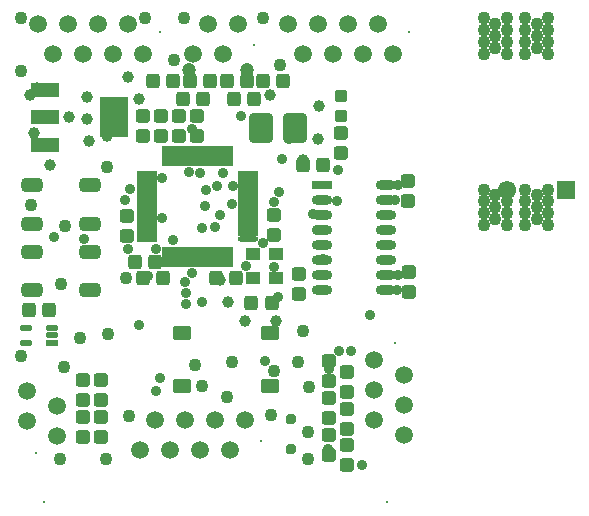
<source format=gts>
G04 Layer_Color=8388736*
%FSLAX24Y24*%
%MOIN*%
G70*
G01*
G75*
G04:AMPARAMS|DCode=55|XSize=47.4mil|YSize=43.4mil|CornerRadius=8.4mil|HoleSize=0mil|Usage=FLASHONLY|Rotation=180.000|XOffset=0mil|YOffset=0mil|HoleType=Round|Shape=RoundedRectangle|*
%AMROUNDEDRECTD55*
21,1,0.0474,0.0266,0,0,180.0*
21,1,0.0305,0.0434,0,0,180.0*
1,1,0.0169,-0.0153,0.0133*
1,1,0.0169,0.0153,0.0133*
1,1,0.0169,0.0153,-0.0133*
1,1,0.0169,-0.0153,-0.0133*
%
%ADD55ROUNDEDRECTD55*%
G04:AMPARAMS|DCode=56|XSize=39.5mil|YSize=39.5mil|CornerRadius=7.9mil|HoleSize=0mil|Usage=FLASHONLY|Rotation=90.000|XOffset=0mil|YOffset=0mil|HoleType=Round|Shape=RoundedRectangle|*
%AMROUNDEDRECTD56*
21,1,0.0395,0.0236,0,0,90.0*
21,1,0.0236,0.0395,0,0,90.0*
1,1,0.0159,0.0118,0.0118*
1,1,0.0159,0.0118,-0.0118*
1,1,0.0159,-0.0118,-0.0118*
1,1,0.0159,-0.0118,0.0118*
%
%ADD56ROUNDEDRECTD56*%
G04:AMPARAMS|DCode=57|XSize=47.4mil|YSize=43.4mil|CornerRadius=8.4mil|HoleSize=0mil|Usage=FLASHONLY|Rotation=270.000|XOffset=0mil|YOffset=0mil|HoleType=Round|Shape=RoundedRectangle|*
%AMROUNDEDRECTD57*
21,1,0.0474,0.0266,0,0,270.0*
21,1,0.0305,0.0434,0,0,270.0*
1,1,0.0169,-0.0133,-0.0153*
1,1,0.0169,-0.0133,0.0153*
1,1,0.0169,0.0133,0.0153*
1,1,0.0169,0.0133,-0.0153*
%
%ADD57ROUNDEDRECTD57*%
%ADD58R,0.0474X0.0434*%
G04:AMPARAMS|DCode=59|XSize=31.6mil|YSize=35.6mil|CornerRadius=7mil|HoleSize=0mil|Usage=FLASHONLY|Rotation=90.000|XOffset=0mil|YOffset=0mil|HoleType=Round|Shape=RoundedRectangle|*
%AMROUNDEDRECTD59*
21,1,0.0316,0.0217,0,0,90.0*
21,1,0.0177,0.0356,0,0,90.0*
1,1,0.0139,0.0108,0.0089*
1,1,0.0139,0.0108,-0.0089*
1,1,0.0139,-0.0108,-0.0089*
1,1,0.0139,-0.0108,0.0089*
%
%ADD59ROUNDEDRECTD59*%
%ADD60O,0.0671X0.0198*%
%ADD61R,0.0671X0.0198*%
%ADD62R,0.0198X0.0671*%
G04:AMPARAMS|DCode=63|XSize=98.6mil|YSize=78.9mil|CornerRadius=12.9mil|HoleSize=0mil|Usage=FLASHONLY|Rotation=90.000|XOffset=0mil|YOffset=0mil|HoleType=Round|Shape=RoundedRectangle|*
%AMROUNDEDRECTD63*
21,1,0.0986,0.0532,0,0,90.0*
21,1,0.0728,0.0789,0,0,90.0*
1,1,0.0257,0.0266,0.0364*
1,1,0.0257,0.0266,-0.0364*
1,1,0.0257,-0.0266,-0.0364*
1,1,0.0257,-0.0266,0.0364*
%
%ADD63ROUNDEDRECTD63*%
G04:AMPARAMS|DCode=64|XSize=71mil|YSize=47.4mil|CornerRadius=13.8mil|HoleSize=0mil|Usage=FLASHONLY|Rotation=0.000|XOffset=0mil|YOffset=0mil|HoleType=Round|Shape=RoundedRectangle|*
%AMROUNDEDRECTD64*
21,1,0.0710,0.0197,0,0,0.0*
21,1,0.0433,0.0474,0,0,0.0*
1,1,0.0277,0.0217,-0.0098*
1,1,0.0277,-0.0217,-0.0098*
1,1,0.0277,-0.0217,0.0098*
1,1,0.0277,0.0217,0.0098*
%
%ADD64ROUNDEDRECTD64*%
%ADD65O,0.0415X0.0218*%
%ADD66R,0.0415X0.0218*%
%ADD67O,0.0690X0.0316*%
%ADD68R,0.0690X0.0316*%
%ADD69R,0.0926X0.0474*%
%ADD70R,0.0926X0.1360*%
G04:AMPARAMS|DCode=71|XSize=47.4mil|YSize=63.1mil|CornerRadius=8.9mil|HoleSize=0mil|Usage=FLASHONLY|Rotation=90.000|XOffset=0mil|YOffset=0mil|HoleType=Round|Shape=RoundedRectangle|*
%AMROUNDEDRECTD71*
21,1,0.0474,0.0453,0,0,90.0*
21,1,0.0295,0.0631,0,0,90.0*
1,1,0.0178,0.0226,0.0148*
1,1,0.0178,0.0226,-0.0148*
1,1,0.0178,-0.0226,-0.0148*
1,1,0.0178,-0.0226,0.0148*
%
%ADD71ROUNDEDRECTD71*%
%ADD72C,0.0080*%
%ADD73C,0.0080*%
%ADD74C,0.0592*%
%ADD75R,0.0612X0.0612*%
%ADD76C,0.0612*%
%ADD77C,0.0434*%
%ADD78C,0.0356*%
%ADD79C,0.0395*%
%ADD80C,0.0474*%
D55*
X11260Y5531D02*
D03*
Y4862D02*
D03*
Y4311D02*
D03*
Y3642D02*
D03*
Y3091D02*
D03*
Y2421D02*
D03*
X10669Y5217D02*
D03*
Y5886D02*
D03*
Y3996D02*
D03*
Y4665D02*
D03*
Y2776D02*
D03*
Y3445D02*
D03*
X11063Y13484D02*
D03*
Y12815D02*
D03*
X9685Y8130D02*
D03*
Y8799D02*
D03*
X8858Y10098D02*
D03*
Y10768D02*
D03*
X6260Y14075D02*
D03*
Y13406D02*
D03*
X3937Y10059D02*
D03*
Y10728D02*
D03*
X5669Y14075D02*
D03*
Y13406D02*
D03*
X4488Y14075D02*
D03*
Y13406D02*
D03*
X5079Y14075D02*
D03*
Y13406D02*
D03*
X3071Y5256D02*
D03*
Y4587D02*
D03*
Y4035D02*
D03*
Y3366D02*
D03*
X2480Y4587D02*
D03*
Y5256D02*
D03*
Y3366D02*
D03*
Y4035D02*
D03*
X13346Y8878D02*
D03*
Y8209D02*
D03*
X13307Y11240D02*
D03*
Y11909D02*
D03*
D56*
X11063Y14744D02*
D03*
Y14075D02*
D03*
D57*
X8760Y7835D02*
D03*
X8091D02*
D03*
X6909Y8661D02*
D03*
X7579D02*
D03*
X5138D02*
D03*
X4469D02*
D03*
X4862Y9213D02*
D03*
X4193D02*
D03*
X5807Y14646D02*
D03*
X6476D02*
D03*
X6713Y15236D02*
D03*
X6043D02*
D03*
X9154D02*
D03*
X8484D02*
D03*
X5492D02*
D03*
X4823D02*
D03*
X7933D02*
D03*
X7264D02*
D03*
X7500Y14646D02*
D03*
X8169D02*
D03*
X10492Y12441D02*
D03*
X9823D02*
D03*
X1358Y7598D02*
D03*
X689D02*
D03*
D58*
X8150Y8652D02*
D03*
Y9478D02*
D03*
X8898D02*
D03*
Y8652D02*
D03*
D59*
X9409Y3957D02*
D03*
Y2972D02*
D03*
D60*
X7992Y9961D02*
D03*
D61*
Y10157D02*
D03*
Y10354D02*
D03*
Y10551D02*
D03*
Y10748D02*
D03*
Y10945D02*
D03*
Y11142D02*
D03*
Y11339D02*
D03*
Y11535D02*
D03*
Y11732D02*
D03*
Y11929D02*
D03*
Y12126D02*
D03*
X4606D02*
D03*
Y11929D02*
D03*
Y11732D02*
D03*
Y11535D02*
D03*
Y11339D02*
D03*
Y11142D02*
D03*
Y10945D02*
D03*
Y10748D02*
D03*
Y10551D02*
D03*
Y10354D02*
D03*
Y10157D02*
D03*
Y9961D02*
D03*
D62*
X7382Y12736D02*
D03*
X7185D02*
D03*
X6988D02*
D03*
X6791D02*
D03*
X6594D02*
D03*
X6398D02*
D03*
X6201D02*
D03*
X6004D02*
D03*
X5807D02*
D03*
X5610D02*
D03*
X5413D02*
D03*
X5217D02*
D03*
Y9350D02*
D03*
X5413D02*
D03*
X5610D02*
D03*
X5807D02*
D03*
X6004D02*
D03*
X6201D02*
D03*
X6398D02*
D03*
X6594D02*
D03*
X6791D02*
D03*
X6988D02*
D03*
X7185D02*
D03*
X7382D02*
D03*
D63*
X9547Y13661D02*
D03*
X8406D02*
D03*
D64*
X2697Y11752D02*
D03*
Y10453D02*
D03*
X768D02*
D03*
Y11752D02*
D03*
X2697Y9547D02*
D03*
Y8248D02*
D03*
X768D02*
D03*
Y9547D02*
D03*
D65*
X591Y7008D02*
D03*
Y6496D02*
D03*
X1457Y7008D02*
D03*
Y6752D02*
D03*
D66*
Y6496D02*
D03*
D67*
X12559Y8272D02*
D03*
Y8772D02*
D03*
Y9272D02*
D03*
Y9772D02*
D03*
Y10272D02*
D03*
Y10772D02*
D03*
Y11272D02*
D03*
Y11772D02*
D03*
X10433Y8272D02*
D03*
Y8772D02*
D03*
Y9272D02*
D03*
Y9772D02*
D03*
Y10272D02*
D03*
Y10772D02*
D03*
Y11272D02*
D03*
D68*
Y11772D02*
D03*
D69*
X1211Y14921D02*
D03*
Y14016D02*
D03*
Y13110D02*
D03*
D70*
X3514Y14016D02*
D03*
D71*
X8720Y5059D02*
D03*
Y6831D02*
D03*
X5768D02*
D03*
Y5059D02*
D03*
D72*
X12598Y1181D02*
D03*
X1181D02*
D03*
D73*
X13346Y16850D02*
D03*
X8425Y3228D02*
D03*
X8189Y16417D02*
D03*
X12874Y6496D02*
D03*
X906Y2835D02*
D03*
X5039Y16850D02*
D03*
D74*
X9295Y17142D02*
D03*
X9795Y16142D02*
D03*
X10295Y17142D02*
D03*
X10795Y16142D02*
D03*
X11295Y17142D02*
D03*
X11795Y16142D02*
D03*
X12295Y17142D02*
D03*
X12795Y16142D02*
D03*
X7874Y3937D02*
D03*
X7374Y2937D02*
D03*
X6874Y3937D02*
D03*
X6374Y2937D02*
D03*
X5874Y3937D02*
D03*
X5374Y2937D02*
D03*
X4874Y3937D02*
D03*
X4374Y2937D02*
D03*
X6138Y16126D02*
D03*
X6638Y17126D02*
D03*
X7138Y16126D02*
D03*
X7638Y17126D02*
D03*
X12165Y5945D02*
D03*
X13165Y5445D02*
D03*
X12165Y4945D02*
D03*
X13165Y4445D02*
D03*
X12165Y3945D02*
D03*
X13165Y3445D02*
D03*
X614Y4886D02*
D03*
X1614Y4386D02*
D03*
X614Y3886D02*
D03*
X1614Y3386D02*
D03*
X988Y17142D02*
D03*
X1488Y16142D02*
D03*
X1988Y17142D02*
D03*
X2488Y16142D02*
D03*
X2988Y17142D02*
D03*
X3488Y16142D02*
D03*
X3988Y17142D02*
D03*
X4488Y16142D02*
D03*
D75*
X18583Y11614D02*
D03*
D76*
X16614Y11614D02*
D03*
D77*
X7441Y5866D02*
D03*
X7283Y4685D02*
D03*
X9646Y5866D02*
D03*
X8858Y5551D02*
D03*
X1755Y8474D02*
D03*
X1890Y10394D02*
D03*
X748Y11102D02*
D03*
X10000Y5039D02*
D03*
X1850Y5709D02*
D03*
X2362Y6654D02*
D03*
X3307Y6811D02*
D03*
X4016Y4055D02*
D03*
X1693Y2638D02*
D03*
X3228D02*
D03*
X9803Y6890D02*
D03*
X9961Y2638D02*
D03*
Y3543D02*
D03*
X6220Y5748D02*
D03*
X6457Y5079D02*
D03*
X8740Y4094D02*
D03*
X3898Y8661D02*
D03*
X394Y6063D02*
D03*
Y17323D02*
D03*
Y15551D02*
D03*
X5827Y17323D02*
D03*
X4528D02*
D03*
X5512Y15945D02*
D03*
X8465Y17323D02*
D03*
X9055Y15748D02*
D03*
X3268Y12362D02*
D03*
X16220Y11024D02*
D03*
X17598D02*
D03*
X17205Y11614D02*
D03*
X17992D02*
D03*
Y10433D02*
D03*
X17205D02*
D03*
X15827Y11614D02*
D03*
Y10433D02*
D03*
X16614D02*
D03*
X16220Y11417D02*
D03*
X15827Y11220D02*
D03*
Y10827D02*
D03*
X16220Y10630D02*
D03*
X16614Y10827D02*
D03*
Y11220D02*
D03*
X17205D02*
D03*
Y10827D02*
D03*
X17598Y11417D02*
D03*
X17992Y11220D02*
D03*
Y10827D02*
D03*
X17598Y10630D02*
D03*
X16220Y16732D02*
D03*
X17598D02*
D03*
X15827Y17323D02*
D03*
Y16142D02*
D03*
X16614D02*
D03*
Y17323D02*
D03*
X16220Y17126D02*
D03*
X15827Y16929D02*
D03*
Y16535D02*
D03*
X16220Y16339D02*
D03*
X16614Y16535D02*
D03*
Y16929D02*
D03*
X17205Y17323D02*
D03*
X17992D02*
D03*
Y16142D02*
D03*
X17205D02*
D03*
Y16535D02*
D03*
Y16929D02*
D03*
X17598Y17126D02*
D03*
X17992Y16929D02*
D03*
Y16535D02*
D03*
X17598Y16339D02*
D03*
D78*
X8858Y9016D02*
D03*
X10472Y9291D02*
D03*
X8543Y5906D02*
D03*
X3976Y9646D02*
D03*
X10630Y2953D02*
D03*
X10669Y5617D02*
D03*
X11024Y6220D02*
D03*
X11404D02*
D03*
X12047Y7441D02*
D03*
X11772Y2441D02*
D03*
X7126Y12165D02*
D03*
X4921Y9646D02*
D03*
X5472Y9921D02*
D03*
X6457Y10315D02*
D03*
X6535Y11063D02*
D03*
X6575Y11614D02*
D03*
X5118Y10669D02*
D03*
X5118Y12008D02*
D03*
X3878Y11260D02*
D03*
X8858Y11181D02*
D03*
X9016Y11535D02*
D03*
X10157Y10787D02*
D03*
X10945Y11220D02*
D03*
X10472Y9764D02*
D03*
X6929Y11732D02*
D03*
X7441Y11142D02*
D03*
X7047Y10748D02*
D03*
X6890Y10354D02*
D03*
X7480Y11732D02*
D03*
X6024Y12201D02*
D03*
X6378Y12165D02*
D03*
X4921Y4882D02*
D03*
X4331Y7087D02*
D03*
X5906Y8150D02*
D03*
X6457Y7874D02*
D03*
X4646Y8740D02*
D03*
X12886Y11272D02*
D03*
X12992Y11772D02*
D03*
X10276Y10276D02*
D03*
X5039Y5315D02*
D03*
X12992Y8780D02*
D03*
X12953Y8268D02*
D03*
X7913Y9055D02*
D03*
X10965Y12264D02*
D03*
X8976Y8031D02*
D03*
X6102Y13622D02*
D03*
X5906Y7795D02*
D03*
X6102Y8819D02*
D03*
X5866Y8543D02*
D03*
X1496Y10039D02*
D03*
X2500Y9980D02*
D03*
X4055Y11644D02*
D03*
X8474Y9833D02*
D03*
X9094Y12638D02*
D03*
X9331Y13307D02*
D03*
X8189Y13976D02*
D03*
X7756Y14055D02*
D03*
D79*
X945Y15000D02*
D03*
X709Y14764D02*
D03*
X3268Y13976D02*
D03*
Y13386D02*
D03*
X1378Y12441D02*
D03*
X2677Y13228D02*
D03*
X2598Y13976D02*
D03*
X2008Y14016D02*
D03*
X2598Y14685D02*
D03*
X10354Y14409D02*
D03*
X8701Y14764D02*
D03*
X8898Y7244D02*
D03*
X7874D02*
D03*
X7323Y7874D02*
D03*
X7047Y8583D02*
D03*
X10315Y13307D02*
D03*
X827Y13504D02*
D03*
X3976Y15354D02*
D03*
X4331Y14646D02*
D03*
X9813Y12589D02*
D03*
D80*
X6024Y15591D02*
D03*
X7953D02*
D03*
M02*

</source>
